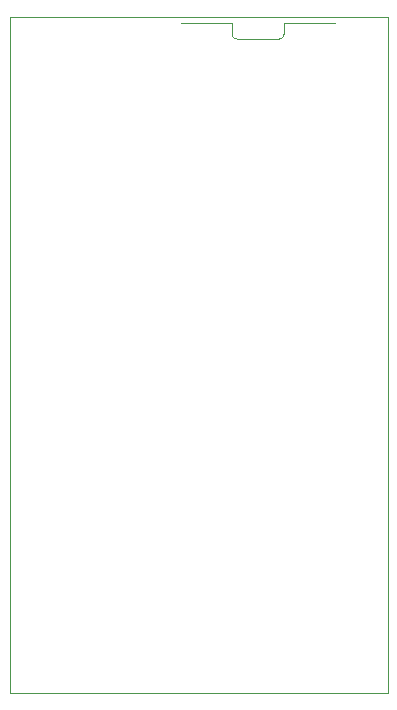
<source format=gm1>
%TF.GenerationSoftware,KiCad,Pcbnew,9.0.5*%
%TF.CreationDate,2025-10-29T14:00:38-04:00*%
%TF.ProjectId,MY-MP3,4d592d4d-5033-42e6-9b69-6361645f7063,rev?*%
%TF.SameCoordinates,Original*%
%TF.FileFunction,Profile,NP*%
%FSLAX46Y46*%
G04 Gerber Fmt 4.6, Leading zero omitted, Abs format (unit mm)*
G04 Created by KiCad (PCBNEW 9.0.5) date 2025-10-29 14:00:38*
%MOMM*%
%LPD*%
G01*
G04 APERTURE LIST*
%TA.AperFunction,Profile*%
%ADD10C,0.050000*%
%TD*%
%TA.AperFunction,Profile*%
%ADD11C,0.120000*%
%TD*%
G04 APERTURE END LIST*
D10*
X161750000Y-128750000D02*
X129736027Y-128750000D01*
X129736027Y-71500000D01*
X146854166Y-71500000D01*
X150750000Y-71500000D01*
X152949504Y-71500000D01*
X157000000Y-71500000D01*
X161750000Y-71500000D01*
X161750000Y-128750000D01*
D11*
%TO.C,J7*%
X148550000Y-72000000D02*
X144250000Y-72000000D01*
X148550000Y-73000000D02*
X148550000Y-72000000D01*
X152550000Y-73400000D02*
X148950000Y-73400000D01*
X152950000Y-72000000D02*
X157250000Y-72000000D01*
X152950000Y-73000000D02*
X152950000Y-72000000D01*
X148950000Y-73400000D02*
G75*
G02*
X148550000Y-73000000I2J400002D01*
G01*
X152950000Y-73000000D02*
G75*
G02*
X152550000Y-73400000I-400000J0D01*
G01*
%TD*%
M02*

</source>
